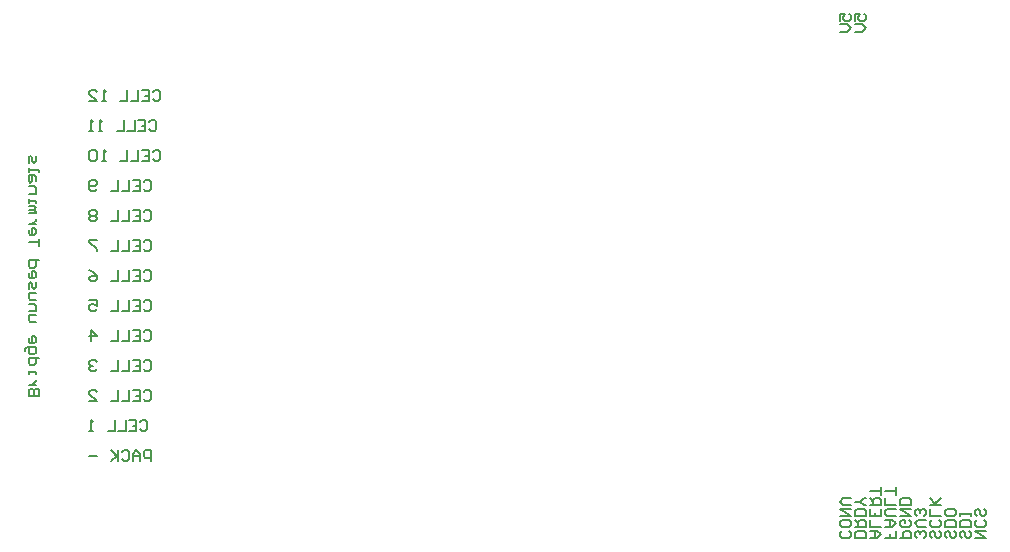
<source format=gbo>
G04*
G04 #@! TF.GenerationSoftware,Altium Limited,Altium Designer,21.6.4 (81)*
G04*
G04 Layer_Color=32896*
%FSLAX25Y25*%
%MOIN*%
G70*
G04*
G04 #@! TF.SameCoordinates,D21CAB57-D7DD-4798-A039-69392B5906F0*
G04*
G04*
G04 #@! TF.FilePolarity,Positive*
G04*
G01*
G75*
%ADD70C,0.00600*%
D70*
X41409Y69960D02*
X37796D01*
Y71766D01*
X38398Y72369D01*
X39000D01*
X39602Y71766D01*
Y69960D01*
Y71766D01*
X40204Y72369D01*
X40806D01*
X41409Y71766D01*
Y69960D01*
X40204Y73573D02*
X37796D01*
X39000D01*
X39602Y74175D01*
X40204Y74777D01*
Y75379D01*
X37796Y77186D02*
Y78390D01*
Y77788D01*
X40204D01*
Y77186D01*
X41409Y82605D02*
X37796D01*
Y80799D01*
X38398Y80197D01*
X39602D01*
X40204Y80799D01*
Y82605D01*
X36591Y85014D02*
Y85616D01*
X37194Y86218D01*
X40204D01*
Y84412D01*
X39602Y83810D01*
X38398D01*
X37796Y84412D01*
Y86218D01*
Y89229D02*
Y88025D01*
X38398Y87423D01*
X39602D01*
X40204Y88025D01*
Y89229D01*
X39602Y89831D01*
X39000D01*
Y87423D01*
X40204Y94649D02*
X38398D01*
X37796Y95251D01*
Y97057D01*
X40204D01*
X37796Y98262D02*
X40204D01*
Y100068D01*
X39602Y100670D01*
X37796D01*
X40204Y101875D02*
X38398D01*
X37796Y102477D01*
Y104283D01*
X40204D01*
X37796Y105488D02*
Y107294D01*
X38398Y107896D01*
X39000Y107294D01*
Y106090D01*
X39602Y105488D01*
X40204Y106090D01*
Y107896D01*
X37796Y110907D02*
Y109703D01*
X38398Y109101D01*
X39602D01*
X40204Y109703D01*
Y110907D01*
X39602Y111509D01*
X39000D01*
Y109101D01*
X41409Y115122D02*
X37796D01*
Y113316D01*
X38398Y112714D01*
X39602D01*
X40204Y113316D01*
Y115122D01*
X41409Y119940D02*
Y122348D01*
Y121144D01*
X37796D01*
Y125359D02*
Y124155D01*
X38398Y123553D01*
X39602D01*
X40204Y124155D01*
Y125359D01*
X39602Y125961D01*
X39000D01*
Y123553D01*
X40204Y127166D02*
X37796D01*
X39000D01*
X39602Y127768D01*
X40204Y128370D01*
Y128972D01*
X37796Y130779D02*
X40204D01*
Y131381D01*
X39602Y131983D01*
X37796D01*
X39602D01*
X40204Y132585D01*
X39602Y133187D01*
X37796D01*
Y134392D02*
Y135596D01*
Y134994D01*
X40204D01*
Y134392D01*
X37796Y137402D02*
X40204D01*
Y139209D01*
X39602Y139811D01*
X37796D01*
X40204Y141618D02*
Y142822D01*
X39602Y143424D01*
X37796D01*
Y141618D01*
X38398Y141016D01*
X39000Y141618D01*
Y143424D01*
X37796Y144629D02*
Y145833D01*
Y145231D01*
X41409D01*
Y144629D01*
X37796Y147639D02*
Y149446D01*
X38398Y150048D01*
X39000Y149446D01*
Y148241D01*
X39602Y147639D01*
X40204Y148241D01*
Y150048D01*
X318194Y22600D02*
X320602D01*
X321807Y23804D01*
X320602Y25009D01*
X318194D01*
X320000D01*
Y22600D01*
X321807Y26213D02*
X318194D01*
Y28622D01*
X321807Y32235D02*
Y29826D01*
X318194D01*
Y32235D01*
X320000Y29826D02*
Y31030D01*
X318194Y33439D02*
X321807D01*
Y35245D01*
X321204Y35848D01*
X320000D01*
X319398Y35245D01*
Y33439D01*
Y34643D02*
X318194Y35848D01*
X321807Y37052D02*
Y39461D01*
Y38256D01*
X318194D01*
X76165Y121204D02*
X76767Y121807D01*
X77972D01*
X78574Y121204D01*
Y118796D01*
X77972Y118193D01*
X76767D01*
X76165Y118796D01*
X72552Y121807D02*
X74961D01*
Y118193D01*
X72552D01*
X74961Y120000D02*
X73756D01*
X71348Y121807D02*
Y118193D01*
X68939D01*
X67735Y121807D02*
Y118193D01*
X65326D01*
X60509Y121807D02*
X58100D01*
Y121204D01*
X60509Y118796D01*
Y118193D01*
X79176Y151204D02*
X79778Y151806D01*
X80982D01*
X81585Y151204D01*
Y148796D01*
X80982Y148194D01*
X79778D01*
X79176Y148796D01*
X75563Y151806D02*
X77972D01*
Y148194D01*
X75563D01*
X77972Y150000D02*
X76767D01*
X74358Y151806D02*
Y148194D01*
X71950D01*
X70745Y151806D02*
Y148194D01*
X68337D01*
X63520D02*
X62315D01*
X62917D01*
Y151806D01*
X63520Y151204D01*
X60509D02*
X59907Y151806D01*
X58702D01*
X58100Y151204D01*
Y148796D01*
X58702Y148194D01*
X59907D01*
X60509Y148796D01*
Y151204D01*
X353193Y22600D02*
X356806D01*
X353193Y25009D01*
X356806D01*
X356204Y28622D02*
X356806Y28019D01*
Y26815D01*
X356204Y26213D01*
X353796D01*
X353193Y26815D01*
Y28019D01*
X353796Y28622D01*
X356204Y32235D02*
X356806Y31633D01*
Y30428D01*
X356204Y29826D01*
X355602D01*
X355000Y30428D01*
Y31633D01*
X354398Y32235D01*
X353796D01*
X353193Y31633D01*
Y30428D01*
X353796Y29826D01*
X76165Y81204D02*
X76767Y81806D01*
X77972D01*
X78574Y81204D01*
Y78796D01*
X77972Y78193D01*
X76767D01*
X76165Y78796D01*
X72552Y81806D02*
X74961D01*
Y78193D01*
X72552D01*
X74961Y80000D02*
X73756D01*
X71348Y81806D02*
Y78193D01*
X68939D01*
X67735Y81806D02*
Y78193D01*
X65326D01*
X60509Y81204D02*
X59907Y81806D01*
X58702D01*
X58100Y81204D01*
Y80602D01*
X58702Y80000D01*
X59304D01*
X58702D01*
X58100Y79398D01*
Y78796D01*
X58702Y78193D01*
X59907D01*
X60509Y78796D01*
X328193Y22600D02*
X331806D01*
Y24407D01*
X331204Y25009D01*
X330000D01*
X329398Y24407D01*
Y22600D01*
X331204Y28622D02*
X331806Y28019D01*
Y26815D01*
X331204Y26213D01*
X328796D01*
X328193Y26815D01*
Y28019D01*
X328796Y28622D01*
X330000D01*
Y27417D01*
X328193Y29826D02*
X331806D01*
X328193Y32235D01*
X331806D01*
Y33439D02*
X328193D01*
Y35245D01*
X328796Y35848D01*
X331204D01*
X331806Y35245D01*
Y33439D01*
X76165Y141204D02*
X76767Y141806D01*
X77972D01*
X78574Y141204D01*
Y138796D01*
X77972Y138194D01*
X76767D01*
X76165Y138796D01*
X72552Y141806D02*
X74961D01*
Y138194D01*
X72552D01*
X74961Y140000D02*
X73756D01*
X71348Y141806D02*
Y138194D01*
X68939D01*
X67735Y141806D02*
Y138194D01*
X65326D01*
X60509Y138796D02*
X59907Y138194D01*
X58702D01*
X58100Y138796D01*
Y141204D01*
X58702Y141806D01*
X59907D01*
X60509Y141204D01*
Y140602D01*
X59907Y140000D01*
X58100D01*
X76165Y71204D02*
X76767Y71807D01*
X77972D01*
X78574Y71204D01*
Y68796D01*
X77972Y68194D01*
X76767D01*
X76165Y68796D01*
X72552Y71807D02*
X74961D01*
Y68194D01*
X72552D01*
X74961Y70000D02*
X73756D01*
X71348Y71807D02*
Y68194D01*
X68939D01*
X67735Y71807D02*
Y68194D01*
X65326D01*
X58100D02*
X60509D01*
X58100Y70602D01*
Y71204D01*
X58702Y71807D01*
X59907D01*
X60509Y71204D01*
X76165Y101204D02*
X76767Y101806D01*
X77972D01*
X78574Y101204D01*
Y98796D01*
X77972Y98194D01*
X76767D01*
X76165Y98796D01*
X72552Y101806D02*
X74961D01*
Y98194D01*
X72552D01*
X74961Y100000D02*
X73756D01*
X71348Y101806D02*
Y98194D01*
X68939D01*
X67735Y101806D02*
Y98194D01*
X65326D01*
X58100Y101806D02*
X60509D01*
Y100000D01*
X59304Y100602D01*
X58702D01*
X58100Y100000D01*
Y98796D01*
X58702Y98194D01*
X59907D01*
X60509Y98796D01*
X346204Y25009D02*
X346807Y24407D01*
Y23202D01*
X346204Y22600D01*
X345602D01*
X345000Y23202D01*
Y24407D01*
X344398Y25009D01*
X343796D01*
X343194Y24407D01*
Y23202D01*
X343796Y22600D01*
X346807Y26213D02*
X343194D01*
Y28019D01*
X343796Y28622D01*
X346204D01*
X346807Y28019D01*
Y26213D01*
Y31633D02*
Y30428D01*
X346204Y29826D01*
X343796D01*
X343194Y30428D01*
Y31633D01*
X343796Y32235D01*
X346204D01*
X346807Y31633D01*
X79176Y171204D02*
X79778Y171807D01*
X80982D01*
X81585Y171204D01*
Y168796D01*
X80982Y168193D01*
X79778D01*
X79176Y168796D01*
X75563Y171807D02*
X77972D01*
Y168193D01*
X75563D01*
X77972Y170000D02*
X76767D01*
X74358Y171807D02*
Y168193D01*
X71950D01*
X70745Y171807D02*
Y168193D01*
X68337D01*
X63520D02*
X62315D01*
X62917D01*
Y171807D01*
X63520Y171204D01*
X58100Y168193D02*
X60509D01*
X58100Y170602D01*
Y171204D01*
X58702Y171807D01*
X59907D01*
X60509Y171204D01*
X341204Y25009D02*
X341807Y24407D01*
Y23202D01*
X341204Y22600D01*
X340602D01*
X340000Y23202D01*
Y24407D01*
X339398Y25009D01*
X338796D01*
X338193Y24407D01*
Y23202D01*
X338796Y22600D01*
X341204Y28622D02*
X341807Y28019D01*
Y26815D01*
X341204Y26213D01*
X338796D01*
X338193Y26815D01*
Y28019D01*
X338796Y28622D01*
X341807Y29826D02*
X338193D01*
Y32235D01*
X341807Y33439D02*
X338193D01*
X339398D01*
X341807Y35848D01*
X340000Y34041D01*
X338193Y35848D01*
X316807Y22600D02*
X313193D01*
Y24407D01*
X313796Y25009D01*
X316204D01*
X316807Y24407D01*
Y22600D01*
X313193Y26213D02*
X316807D01*
Y28019D01*
X316204Y28622D01*
X315000D01*
X314398Y28019D01*
Y26213D01*
Y27417D02*
X313193Y28622D01*
X316807Y29826D02*
X313193D01*
Y31633D01*
X313796Y32235D01*
X316204D01*
X316807Y31633D01*
Y29826D01*
Y33439D02*
X316204D01*
X315000Y34643D01*
X316204Y35848D01*
X316807D01*
X315000Y34643D02*
X313193D01*
X76165Y131204D02*
X76767Y131807D01*
X77972D01*
X78574Y131204D01*
Y128796D01*
X77972Y128193D01*
X76767D01*
X76165Y128796D01*
X72552Y131807D02*
X74961D01*
Y128193D01*
X72552D01*
X74961Y130000D02*
X73756D01*
X71348Y131807D02*
Y128193D01*
X68939D01*
X67735Y131807D02*
Y128193D01*
X65326D01*
X60509Y131204D02*
X59907Y131807D01*
X58702D01*
X58100Y131204D01*
Y130602D01*
X58702Y130000D01*
X58100Y129398D01*
Y128796D01*
X58702Y128193D01*
X59907D01*
X60509Y128796D01*
Y129398D01*
X59907Y130000D01*
X60509Y130602D01*
Y131204D01*
X59907Y130000D02*
X58702D01*
X74961Y61204D02*
X75563Y61806D01*
X76767D01*
X77369Y61204D01*
Y58796D01*
X76767Y58193D01*
X75563D01*
X74961Y58796D01*
X71348Y61806D02*
X73756D01*
Y58193D01*
X71348D01*
X73756Y60000D02*
X72552D01*
X70143Y61806D02*
Y58193D01*
X67735D01*
X66530Y61806D02*
Y58193D01*
X64122D01*
X59304D02*
X58100D01*
X58702D01*
Y61806D01*
X59304Y61204D01*
X76165Y91204D02*
X76767Y91807D01*
X77972D01*
X78574Y91204D01*
Y88796D01*
X77972Y88194D01*
X76767D01*
X76165Y88796D01*
X72552Y91807D02*
X74961D01*
Y88194D01*
X72552D01*
X74961Y90000D02*
X73756D01*
X71348Y91807D02*
Y88194D01*
X68939D01*
X67735Y91807D02*
Y88194D01*
X65326D01*
X58702D02*
Y91807D01*
X60509Y90000D01*
X58100D01*
X308193Y194991D02*
Y197400D01*
X310000D01*
X309398Y196196D01*
Y195594D01*
X310000Y194991D01*
X311204D01*
X311807Y195594D01*
Y196798D01*
X311204Y197400D01*
X308193Y193787D02*
X310602D01*
X311807Y192583D01*
X310602Y191378D01*
X308193D01*
X313193Y194991D02*
Y197400D01*
X315000D01*
X314398Y196196D01*
Y195594D01*
X315000Y194991D01*
X316204D01*
X316807Y195594D01*
Y196798D01*
X316204Y197400D01*
X313193Y193787D02*
X315602D01*
X316807Y192583D01*
X315602Y191378D01*
X313193D01*
X326806Y25009D02*
Y22600D01*
X325000D01*
Y23804D01*
Y22600D01*
X323194D01*
Y26213D02*
X325602D01*
X326806Y27417D01*
X325602Y28622D01*
X323194D01*
X325000D01*
Y26213D01*
X326806Y29826D02*
X323796D01*
X323194Y30428D01*
Y31633D01*
X323796Y32235D01*
X326806D01*
Y33439D02*
X323194D01*
Y35848D01*
X326806Y37052D02*
Y39461D01*
Y38256D01*
X323194D01*
X78574Y48193D02*
Y51806D01*
X76767D01*
X76165Y51204D01*
Y50000D01*
X76767Y49398D01*
X78574D01*
X74961Y48193D02*
Y50602D01*
X73756Y51806D01*
X72552Y50602D01*
Y48193D01*
Y50000D01*
X74961D01*
X68939Y51204D02*
X69541Y51806D01*
X70745D01*
X71348Y51204D01*
Y48796D01*
X70745Y48193D01*
X69541D01*
X68939Y48796D01*
X67735Y51806D02*
Y48193D01*
Y49398D01*
X65326Y51806D01*
X67133Y50000D01*
X65326Y48193D01*
X60509Y50000D02*
X58100D01*
X76165Y111208D02*
X76767Y111810D01*
X77972D01*
X78574Y111208D01*
Y108800D01*
X77972Y108197D01*
X76767D01*
X76165Y108800D01*
X72552Y111810D02*
X74961D01*
Y108197D01*
X72552D01*
X74961Y110004D02*
X73756D01*
X71348Y111810D02*
Y108197D01*
X68939D01*
X67735Y111810D02*
Y108197D01*
X65326D01*
X58100Y111810D02*
X59304Y111208D01*
X60509Y110004D01*
Y108800D01*
X59907Y108197D01*
X58702D01*
X58100Y108800D01*
Y109402D01*
X58702Y110004D01*
X60509D01*
X311204Y25009D02*
X311807Y24407D01*
Y23202D01*
X311204Y22600D01*
X308796D01*
X308193Y23202D01*
Y24407D01*
X308796Y25009D01*
X311807Y28019D02*
Y26815D01*
X311204Y26213D01*
X308796D01*
X308193Y26815D01*
Y28019D01*
X308796Y28622D01*
X311204D01*
X311807Y28019D01*
X308193Y29826D02*
X311807D01*
X308193Y32235D01*
X311807D01*
Y33439D02*
X309398D01*
X308193Y34643D01*
X309398Y35848D01*
X311807D01*
X351204Y25009D02*
X351806Y24407D01*
Y23202D01*
X351204Y22600D01*
X350602D01*
X350000Y23202D01*
Y24407D01*
X349398Y25009D01*
X348796D01*
X348194Y24407D01*
Y23202D01*
X348796Y22600D01*
X351806Y26213D02*
X348194D01*
Y28019D01*
X348796Y28622D01*
X351204D01*
X351806Y28019D01*
Y26213D01*
Y29826D02*
Y31030D01*
Y30428D01*
X348194D01*
Y29826D01*
Y31030D01*
X336204Y22600D02*
X336807Y23202D01*
Y24407D01*
X336204Y25009D01*
X335602D01*
X335000Y24407D01*
Y23804D01*
Y24407D01*
X334398Y25009D01*
X333796D01*
X333193Y24407D01*
Y23202D01*
X333796Y22600D01*
X336807Y26213D02*
X334398D01*
X333193Y27417D01*
X334398Y28622D01*
X336807D01*
X336204Y29826D02*
X336807Y30428D01*
Y31633D01*
X336204Y32235D01*
X335602D01*
X335000Y31633D01*
Y31030D01*
Y31633D01*
X334398Y32235D01*
X333796D01*
X333193Y31633D01*
Y30428D01*
X333796Y29826D01*
X77972Y161204D02*
X78574Y161806D01*
X79778D01*
X80380Y161204D01*
Y158796D01*
X79778Y158194D01*
X78574D01*
X77972Y158796D01*
X74358Y161806D02*
X76767D01*
Y158194D01*
X74358D01*
X76767Y160000D02*
X75563D01*
X73154Y161806D02*
Y158194D01*
X70745D01*
X69541Y161806D02*
Y158194D01*
X67133D01*
X62315D02*
X61111D01*
X61713D01*
Y161806D01*
X62315Y161204D01*
X59304Y158194D02*
X58100D01*
X58702D01*
Y161806D01*
X59304Y161204D01*
M02*

</source>
